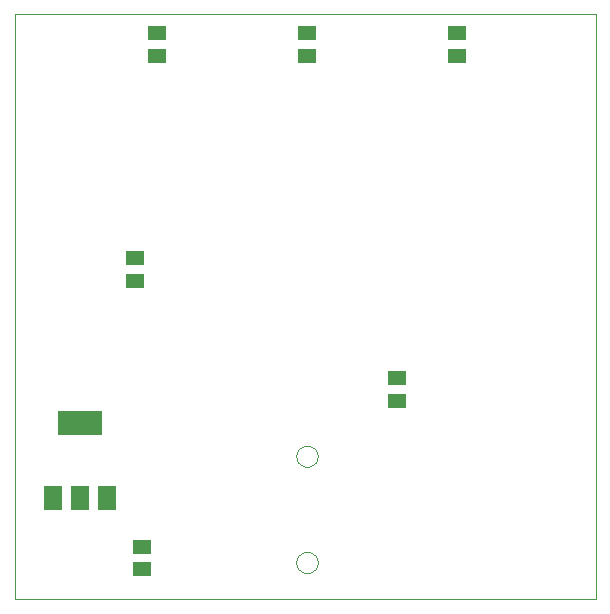
<source format=gbp>
G75*
%MOIN*%
%OFA0B0*%
%FSLAX24Y24*%
%IPPOS*%
%LPD*%
%AMOC8*
5,1,8,0,0,1.08239X$1,22.5*
%
%ADD10C,0.0000*%
%ADD11R,0.0630X0.0512*%
%ADD12R,0.0591X0.0787*%
%ADD13R,0.1496X0.0787*%
D10*
X002107Y000113D02*
X002107Y019609D01*
X021477Y019609D01*
X021477Y000113D01*
X002107Y000113D01*
X011502Y001343D02*
X011504Y001380D01*
X011510Y001417D01*
X011519Y001453D01*
X011533Y001487D01*
X011550Y001520D01*
X011570Y001552D01*
X011593Y001581D01*
X011619Y001607D01*
X011648Y001630D01*
X011679Y001650D01*
X011713Y001667D01*
X011747Y001681D01*
X011783Y001690D01*
X011820Y001696D01*
X011857Y001698D01*
X011894Y001696D01*
X011931Y001690D01*
X011967Y001681D01*
X012001Y001667D01*
X012034Y001650D01*
X012066Y001630D01*
X012095Y001607D01*
X012121Y001581D01*
X012144Y001552D01*
X012164Y001521D01*
X012181Y001487D01*
X012195Y001453D01*
X012204Y001417D01*
X012210Y001380D01*
X012212Y001343D01*
X012210Y001306D01*
X012204Y001269D01*
X012195Y001233D01*
X012181Y001199D01*
X012164Y001166D01*
X012144Y001134D01*
X012121Y001105D01*
X012095Y001079D01*
X012066Y001056D01*
X012035Y001036D01*
X012001Y001019D01*
X011967Y001005D01*
X011931Y000996D01*
X011894Y000990D01*
X011857Y000988D01*
X011820Y000990D01*
X011783Y000996D01*
X011747Y001005D01*
X011713Y001019D01*
X011680Y001036D01*
X011648Y001056D01*
X011619Y001079D01*
X011593Y001105D01*
X011570Y001134D01*
X011550Y001165D01*
X011533Y001199D01*
X011519Y001233D01*
X011510Y001269D01*
X011504Y001306D01*
X011502Y001343D01*
X011502Y004883D02*
X011504Y004920D01*
X011510Y004957D01*
X011519Y004993D01*
X011533Y005027D01*
X011550Y005060D01*
X011570Y005092D01*
X011593Y005121D01*
X011619Y005147D01*
X011648Y005170D01*
X011679Y005190D01*
X011713Y005207D01*
X011747Y005221D01*
X011783Y005230D01*
X011820Y005236D01*
X011857Y005238D01*
X011894Y005236D01*
X011931Y005230D01*
X011967Y005221D01*
X012001Y005207D01*
X012034Y005190D01*
X012066Y005170D01*
X012095Y005147D01*
X012121Y005121D01*
X012144Y005092D01*
X012164Y005061D01*
X012181Y005027D01*
X012195Y004993D01*
X012204Y004957D01*
X012210Y004920D01*
X012212Y004883D01*
X012210Y004846D01*
X012204Y004809D01*
X012195Y004773D01*
X012181Y004739D01*
X012164Y004706D01*
X012144Y004674D01*
X012121Y004645D01*
X012095Y004619D01*
X012066Y004596D01*
X012035Y004576D01*
X012001Y004559D01*
X011967Y004545D01*
X011931Y004536D01*
X011894Y004530D01*
X011857Y004528D01*
X011820Y004530D01*
X011783Y004536D01*
X011747Y004545D01*
X011713Y004559D01*
X011680Y004576D01*
X011648Y004596D01*
X011619Y004619D01*
X011593Y004645D01*
X011570Y004674D01*
X011550Y004705D01*
X011533Y004739D01*
X011519Y004773D01*
X011510Y004809D01*
X011504Y004846D01*
X011502Y004883D01*
D11*
X014857Y006738D03*
X014857Y007487D03*
X006357Y001862D03*
X006357Y001113D03*
X006107Y010738D03*
X006107Y011487D03*
X006857Y018238D03*
X006857Y018987D03*
X011857Y018987D03*
X011857Y018238D03*
X016857Y018238D03*
X016857Y018987D03*
D12*
X005200Y003497D03*
X004295Y003497D03*
X003389Y003497D03*
D13*
X004295Y005978D03*
M02*

</source>
